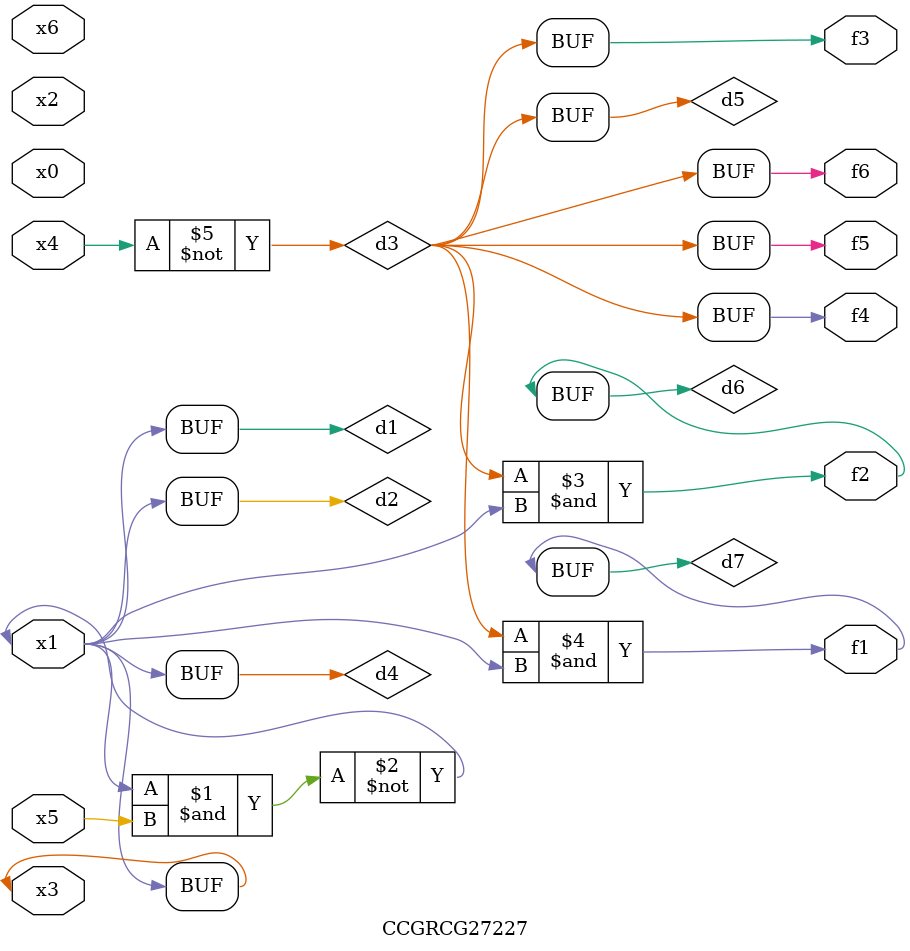
<source format=v>
module CCGRCG27227(
	input x0, x1, x2, x3, x4, x5, x6,
	output f1, f2, f3, f4, f5, f6
);

	wire d1, d2, d3, d4, d5, d6, d7;

	buf (d1, x1, x3);
	nand (d2, x1, x5);
	not (d3, x4);
	buf (d4, d1, d2);
	buf (d5, d3);
	and (d6, d3, d4);
	and (d7, d3, d4);
	assign f1 = d7;
	assign f2 = d6;
	assign f3 = d5;
	assign f4 = d5;
	assign f5 = d5;
	assign f6 = d5;
endmodule

</source>
